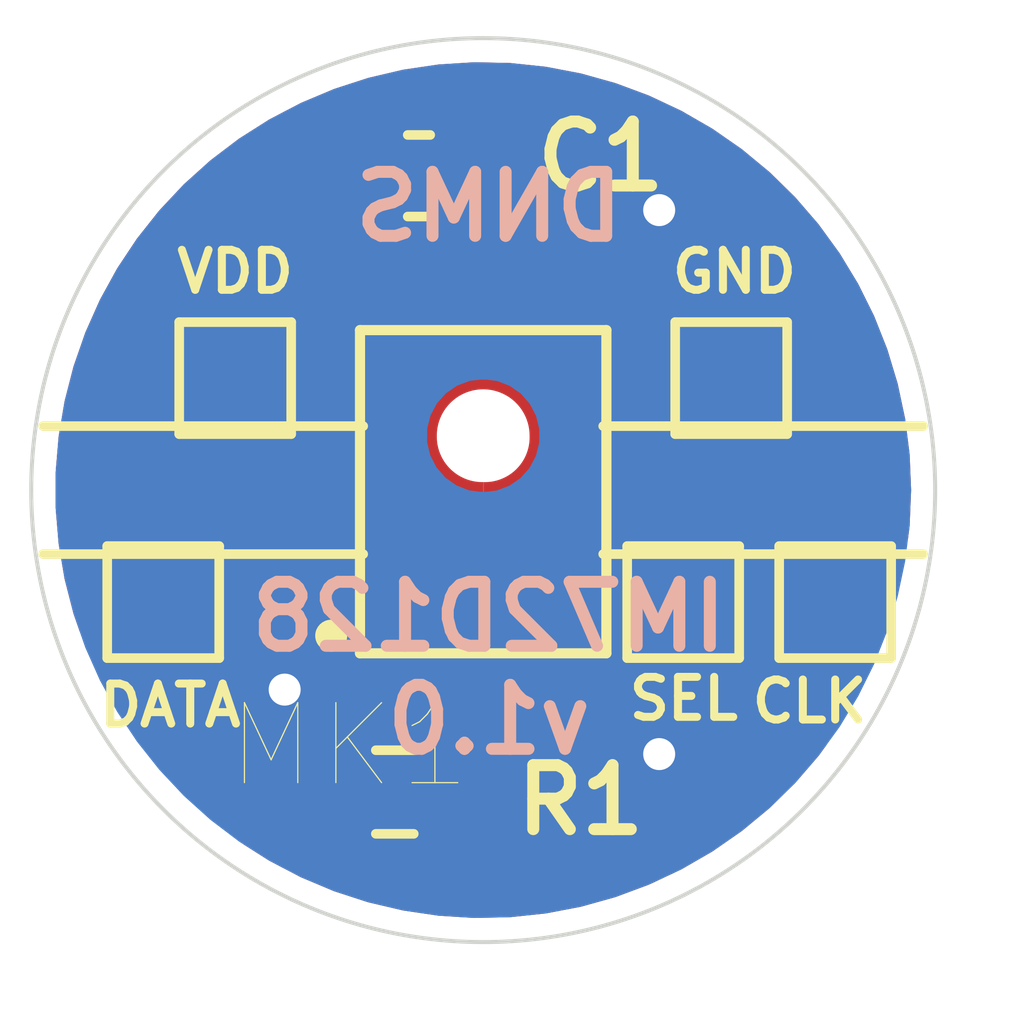
<source format=kicad_pcb>
(kicad_pcb (version 20211014) (generator pcbnew)
  (title_block (comment 4 "AISLER Project ID: IEUHSGTO"))
  (layers (0 "F.Cu" signal) (31 "B.Cu" signal) (34 "B.Paste" user) (35 "F.Paste" user) (36 "B.SilkS" user "B.Silkscreen") (37 "F.SilkS" user "F.Silkscreen") (38 "B.Mask" user) (39 "F.Mask" user) (44 "Edge.Cuts" user))
  (net 0 "")
  (net 1 "+1V8")
  (net 2 "GND")
  (net 3 "Net-(MK1-Pad1)")
  (net 4 "Net-(MK1-Pad3)")
  (net 5 "Net-(R1-Pad1)")
  (net 6 "Net-(MK1-Pad4)")
  (footprint "Capacitor_SMD:C_0603_1608Metric" (layer "F.Cu") (at 99.19716 96.07042)
    (fp_text reference "C1" (at 2.27284 -0.24042) (layer "F.SilkS") (effects (font (size 0.8 0.8))))
    (fp_text value "100nF")
    (fp_line (start -0.14058 -0.51) (end 0.14058 -0.51) (layer "F.SilkS") (width 0.12))
    (fp_line (start -0.14058 0.51) (end 0.14058 0.51) (layer "F.SilkS") (width 0.12))
    (pad "1" smd roundrect (at -0.775 0) (size 0.9 0.95) (layers "F.Cu" "F.Paste" "F.Mask") (net 1 "+1V8"))
    (pad "2" smd roundrect (at 0.775 0) (size 0.9 0.95) (layers "F.Cu" "F.Paste" "F.Mask") (net 2 "GND"))
  )
  (footprint "Resistor_SMD:R_0603_1608Metric" (layer "F.Cu") (at 98.8949 103.77424)
    (fp_text reference "R1" (at 2.32156 0.1016) (layer "F.SilkS") (effects (font (size 0.8 0.8))))
    (fp_text value "100")
    (fp_line (start -0.237258 -0.5225) (end 0.237258 -0.5225) (layer "F.SilkS") (width 0.12))
    (fp_line (start -0.237258 0.5225) (end 0.237258 0.5225) (layer "F.SilkS") (width 0.12))
    (pad "1" smd roundrect (at -0.825 0) (size 0.8 0.95) (layers "F.Cu" "F.Paste" "F.Mask") (net 5 "Net-(R1-Pad1)"))
    (pad "2" smd roundrect (at 0.825 0) (size 0.8 0.95) (layers "F.Cu" "F.Paste" "F.Mask") (net 3 "Net-(MK1-Pad1)"))
  )
  (footprint "Solder_Pad:Solder_Pad_1.0x1.0mm" (layer "F.Cu") (at 96.9 98.6)
    (fp_text reference "SP1" hide)
    (fp_text value "VDD" (at 0 -1.33) (layer "F.SilkS") (effects (font (size 0.5 0.5) (thickness 0.1))))
    (fp_line (start -0.7 -0.7) (end 0.7 -0.7) (layer "F.SilkS") (width 0.12))
    (fp_line (start -0.7 0.7) (end -0.7 -0.7) (layer "F.SilkS") (width 0.12))
    (fp_line (start 0.7 -0.7) (end 0.7 0.7) (layer "F.SilkS") (width 0.12))
    (fp_line (start 0.7 0.7) (end -0.7 0.7) (layer "F.SilkS") (width 0.12))
    (pad "1" smd rect locked (at 0 0) (size 1 1) (layers "F.Cu" "F.Mask") (net 1 "+1V8"))
  )
  (footprint "Solder_Pad:Solder_Pad_1.0x1.0mm" (layer "F.Cu") (at 104.4 101.4)
    (fp_text reference "SP2" hide)
    (fp_text value "CLK" (at -0.32096 1.2414) (layer "F.SilkS") (effects (font (size 0.5 0.5) (thickness 0.1))))
    (fp_line (start -0.7 -0.7) (end 0.7 -0.7) (layer "F.SilkS") (width 0.12))
    (fp_line (start 0.7 -0.7) (end 0.7 0.7) (layer "F.SilkS") (width 0.12))
    (fp_line (start -0.7 0.7) (end -0.7 -0.7) (layer "F.SilkS") (width 0.12))
    (fp_line (start 0.7 0.7) (end -0.7 0.7) (layer "F.SilkS") (width 0.12))
    (pad "1" smd rect locked (at 0 0) (size 1 1) (layers "F.Cu" "F.Mask") (net 4 "Net-(MK1-Pad3)"))
  )
  (footprint "Solder_Pad:Solder_Pad_1.0x1.0mm" (layer "F.Cu") (at 96 101.4)
    (fp_text reference "SP4" hide)
    (fp_text value "DATA" (at 0.0882 1.2922) (layer "F.SilkS") (effects (font (size 0.5 0.5) (thickness 0.1))))
    (fp_line (start 0.7 0.7) (end -0.7 0.7) (layer "F.SilkS") (width 0.12))
    (fp_line (start 0.7 -0.7) (end 0.7 0.7) (layer "F.SilkS") (width 0.12))
    (fp_line (start -0.7 -0.7) (end 0.7 -0.7) (layer "F.SilkS") (width 0.12))
    (fp_line (start -0.7 0.7) (end -0.7 -0.7) (layer "F.SilkS") (width 0.12))
    (pad "1" smd rect locked (at 0 0) (size 1 1) (layers "F.Cu" "F.Mask") (net 5 "Net-(R1-Pad1)"))
  )
  (footprint "Solder_Pad:Solder_Pad_1.0x1.0mm" (layer "F.Cu") (at 103.1 98.6)
    (fp_text reference "SP5" hide)
    (fp_text value "GND" (at 0.04 -1.33) (layer "F.SilkS") (effects (font (size 0.5 0.5) (thickness 0.1))))
    (fp_line (start 0.7 0.7) (end -0.7 0.7) (layer "F.SilkS") (width 0.12))
    (fp_line (start 0.7 -0.7) (end 0.7 0.7) (layer "F.SilkS") (width 0.12))
    (fp_line (start -0.7 0.7) (end -0.7 -0.7) (layer "F.SilkS") (width 0.12))
    (fp_line (start -0.7 -0.7) (end 0.7 -0.7) (layer "F.SilkS") (width 0.12))
    (pad "1" smd rect locked (at 0 0) (size 1 1) (layers "F.Cu" "F.Mask") (net 2 "GND"))
  )
  (footprint "Solder_Pad:Solder_Pad_1.0x1.0mm" (layer "F.Cu") (at 102.5 101.4)
    (fp_text reference "SP3" hide)
    (fp_text value "SEL" (at 0.00678 1.20838) (layer "F.SilkS") (effects (font (size 0.5 0.5) (thickness 0.1))))
    (fp_line (start -0.7 -0.7) (end 0.7 -0.7) (layer "F.SilkS") (width 0.12))
    (fp_line (start -0.7 0.7) (end -0.7 -0.7) (layer "F.SilkS") (width 0.12))
    (fp_line (start 0.7 -0.7) (end 0.7 0.7) (layer "F.SilkS") (width 0.12))
    (fp_line (start 0.7 0.7) (end -0.7 0.7) (layer "F.SilkS") (width 0.12))
    (pad "1" smd rect locked (at 0 0) (size 1 1) (layers "F.Cu" "F.Mask") (net 6 "Net-(MK1-Pad4)"))
  )
  (footprint "IM72D128:MIC_IM72D128" (layer "F.Cu") (at 100 100 180)
    (fp_text reference "MK1" (at 1.675 -3.195) (layer "F.SilkS") (effects (font (thickness 0.015))))
    (fp_text value "IM72D128")
    (fp_poly (pts (xy 0.001 0.1) (xy 0.001 -0.35) (xy 0.046082 -0.349423) (xy 0.099359 -0.346165) (xy 0.152393 -0.340122) (xy 0.205038 -0.331312) (xy 0.25715 -0.319759) (xy 0.308586 -0.305495) (xy 0.359205 -0.288558) (xy 0.408868 -0.268995) (xy 0.457439 -0.24686) (xy 0.504785 -0.222214) (xy 0.550776 -0.195123) (xy 0.595287 -0.165662) (xy 0.638194 -0.133912) (xy 0.679381 -0.09996) (xy 0.718735 -0.063899) (xy 0.756147 -0.025828) (xy 0.791516 0.01415) (xy 0.824744 0.055923) (xy 0.85574 0.099378) (xy 0.88442 0.144396) (xy 0.910704 0.190853) (xy 0.934521 0.238622) (xy 0.955805 0.287572) (xy 0.974498 0.337569) (xy 0.990549 0.388476) (xy 1.003913 0.440152) (xy 1.014555 0.492458) (xy 1.022445 0.545249) (xy 1.027561 0.59838) (xy 1.03 0.66) (xy 1.03 0.68) (xy 1.028588 0.733906) (xy 1.024358 0.787664) (xy 1.017319 0.841127) (xy 1.007492 0.894149) (xy 0.994904 0.946584) (xy 0.979588 0.998288) (xy 0.961588 1.049119) (xy 0.940952 1.098939) (xy 0.917737 1.14761) (xy 0.892006 1.195) (xy 0.863831 1.240978) (xy 0.833288 1.285419) (xy 0.80046 1.3282) (xy 0.765439 1.369205) (xy 0.72832 1.40832) (xy 0.689205 1.445439) (xy 0.6482 1.48046) (xy 0.605419 1.513288) (xy 0.560978 1.543831) (xy 0.515 1.572006) (xy 0.46761 1.597737) (xy 0.418939 1.620952) (xy 0.369119 1.641588) (xy 0.318288 1.659588) (xy 0.266584 1.674904) (xy 0.214149 1.687492) (xy 0.161127 1.697319) (xy 0.107664 1.704358) (xy 0.053906 1.708588) (xy 0 1.71) (xy -0.053906 1.708588) (xy -0.107664 1.704358) (xy -0.161127 1.697319) (xy -0.214149 1.687492) (xy -0.266584 1.674904) (xy -0.318288 1.659588) (xy -0.369119 1.641588) (xy -0.418939 1.620952) (xy -0.46761 1.597737) (xy -0.515 1.572006) (xy -0.560978 1.543831) (xy -0.605419 1.513288) (xy -0.6482 1.48046) (xy -0.689205 1.445439) (xy -0.72832 1.40832) (xy -0.765439 1.369205) (xy -0.80046 1.3282) (xy -0.833288 1.285419) (xy -0.863831 1.240978) (xy -0.892006 1.195) (xy -0.917737 1.14761) (xy -0.940952 1.098939) (xy -0.961588 1.049119) (xy -0.979588 0.998288) (xy -0.994904 0.946584) (xy -1.007492 0.894149) (xy -1.017319 0.841127) (xy -1.024358 0.787664) (xy -1.028588 0.733906) (xy -1.03 0.68) (xy -1.03 0.66) (xy -1.028616 0.607141) (xy -1.024467 0.554426) (xy -1.017565 0.502001) (xy -1.007929 0.450009) (xy -0.995585 0.398593) (xy -0.980567 0.347893) (xy -0.962916 0.298048) (xy -0.942681 0.249196) (xy -0.919917 0.20147) (xy -0.894686 0.155) (xy -0.867057 0.109915) (xy -0.837107 0.066337) (xy -0.804917 0.024386) (xy -0.770576 -0.015822) (xy -0.734178 -0.054178) (xy -0.695822 -0.090576) (xy -0.655614 -0.124917) (xy -0.613663 -0.157107) (xy -0.570085 -0.187057) (xy -0.525 -0.214686) (xy -0.47853 -0.239917) (xy -0.430804 -0.262681) (xy -0.381952 -0.282916) (xy -0.332107 -0.300567) (xy -0.281407 -0.315585) (xy -0.229991 -0.327929) (xy -0.177999 -0.337565) (xy -0.125574 -0.344467) (xy -0.072859 -0.348616) (xy -0.02 -0.35) (xy -0.001 -0.35) (xy -0.001 0.1) (xy -0.030271 0.099746) (xy -0.059552 0.101024) (xy -0.088727 0.103833) (xy -0.117715 0.108166) (xy -0.146437 0.114009) (xy -0.174813 0.121348) (xy -0.202766 0.130161) (xy -0.23022 0.140426) (xy -0.257098 0.152113) (xy -0.283329 0.165191) (xy -0.308839 0.179624) (xy -0.333558 0.195372) (xy -0.35742 0.212392) (xy -0.380358 0.230638) (xy -0.40231 0.250059) (xy -0.423215 0.270603) (xy -0.443016 0.292212) (xy -0.46166 0.314828) (xy -0.479094 0.338389) (xy -0.495271 0.36283) (xy -0.510147 0.388084) (xy -0.523681 0.414082) (xy -0.535835 0.440753) (xy -0.546577 0.468024) (xy -0.555877 0.495819) (xy -0.56371 0.524063) (xy -0.570054 0.552678) (xy -0.574891 0.581585) (xy -0.578209 0.610707) (xy -0.58 0.64) (xy -0.58 0.68) (xy -0.579205 0.710355) (xy -0.576823 0.740627) (xy -0.572859 0.770732) (xy -0.567326 0.800589) (xy -0.560237 0.830115) (xy -0.551613 0.85923) (xy -0.541477 0.887853) (xy -0.529856 0.915907) (xy -0.516784 0.943314) (xy -0.502295 0.97) (xy -0.486429 0.995891) (xy -0.46923 1.020915) (xy -0.450745 1.045006) (xy -0.431024 1.068096) (xy -0.410122 1.090122) (xy -0.388096 1.111024) (xy -0.365006 1.130745) (xy -0.340915 1.14923) (xy -0.315891 1.166429) (xy -0.29 1.182295) (xy -0.263314 1.196784) (xy -0.235907 1.209856) (xy -0.207853 1.221477) (xy -0.17923 1.231613) (xy -0.150115 1.240237) (xy -0.120589 1.247326) (xy -0.090732 1.252859) (xy -0.060627 1.256823) (xy -0.030355 1.259205) (xy 0 1.26) (xy 0.030355 1.259205) (xy 0.060627 1.256823) (xy 0.090732 1.252859) (xy 0.120589 1.247326) (xy 0.150115 1.240237) (xy 0.17923 1.231613) (xy 0.207853 1.221477) (xy 0.235907 1.209856) (xy 0.263314 1.196784) (xy 0.29 1.182295) (xy 0.315891 1.166429) (xy 0.340915 1.14923) (xy 0.365006 1.130745) (xy 0.388096 1.111024) (xy 0.410122 1.090122) (xy 0.431024 1.068096) (xy 0.450745 1.045006) (xy 0.46923 1.020915) (xy 0.486429 0.995891) (xy 0.502295 0.97) (xy 0.516784 0.943314) (xy 0.529856 0.915907) (xy 0.541477 0.887853) (xy 0.551613 0.85923) (xy 0.560237 0.830115) (xy 0.567326 0.800589) (xy 0.572859 0.770732) (xy 0.576823 0.740627) (xy 0.579205 0.710355) (xy 0.58 0.68) (xy 0.58 0.66) (xy 0.578692 0.629768) (xy 0.575834 0.600086) (xy 0.571426 0.570594) (xy 0.565481 0.541373) (xy 0.558015 0.512503) (xy 0.549048 0.484063) (xy 0.538605 0.456132) (xy 0.526714 0.428785) (xy 0.513409 0.402099) (xy 0.498725 0.376145) (xy 0.482703 0.350995) (xy 0.465386 0.326719) (xy 0.446823 0.303382) (xy 0.427064 0.281048) (xy 0.406163 0.259779) (xy 0.384178 0.239633) (xy 0.361168 0.220665) (xy 0.337197 0.202928) (xy 0.312331 0.186469) (xy 0.286637 0.171335) (xy 0.260187 0.157566) (xy 0.233052 0.1452) (xy 0.205308 0.134271) (xy 0.177029 0.124809) (xy 0.148294 0.11684) (xy 0.119181 0.110386) (xy 0.08977 0.105464) (xy 0.060142 0.102088) (xy 0.030378 0.100268) (xy 0.001 0.1)) (layer "F.Cu") (width 0.0001) (fill solid))
    (fp_line (start 1.54 2) (end -1.54 2) (layer "F.SilkS") (width 0.127))
    (fp_line (start -1.54 2) (end -1.54 -2.04) (layer "F.SilkS") (width 0.127))
    (fp_line (start -1.54 -2.04) (end 1.54 -2.04) (layer "F.SilkS") (width 0.127))
    (fp_line (start 1.54 -2.04) (end 1.54 2) (layer "F.SilkS") (width 0.127))
    (fp_circle (center 1.9 -1.82) (end 2 -1.82) (layer "F.SilkS") (width 0.2) (fill none))
    (pad "" np_thru_hole circle (at 0 0.68 180) (size 0.8 0.8) (drill 0.8) (layers *.Cu *.Mask))
    (pad "1" smd rect (at 0.85 -1.5 180) (size 0.75 0.45) (layers "F.Cu" "F.Mask") (net 3 "Net-(MK1-Pad1)"))
    (pad "2" smd rect (at 0.85 -0.8 180) (size 0.75 0.45) (layers "F.Cu" "F.Mask") (net 1 "+1V8"))
    (pad "3" smd rect (at -0.85 -1.5 180) (size 0.75 0.45) (layers "F.Cu" "F.Mask") (net 4 "Net-(MK1-Pad3)"))
    (pad "4" smd rect (at -0.85 -0.8 180) (size 0.75 0.45) (layers "F.Cu" "F.Mask") (net 6 "Net-(MK1-Pad4)"))
    (pad "5" smd rect (at 0 -0.12 180) (size 0.1 0.1) (layers "F.Cu") (net 2 "GND"))
  )
  (gr_line (start 101.5 99.2) (end 105.5 99.2) (layer "F.SilkS") (width 0.12))
  (gr_line (start 101.5 100.8) (end 105.5 100.8) (layer "F.SilkS") (width 0.12))
  (gr_line (start 94.5 100.8) (end 98.5 100.8) (layer "F.SilkS") (width 0.12))
  (gr_line (start 94.5 99.2) (end 98.5 99.2) (layer "F.SilkS") (width 0.12))
  (gr_circle (center 100 100) (end 105.65 100) (layer "Edge.Cuts") (width 0.05) (fill none))
  (gr_text "IM72D128\nv1.0" (at 100.07092 102.22776) (layer "B.SilkS") (effects (font (size 0.8 0.8)) (justify mirror)))
  (gr_text "DNMS" (at 100.07092 96.45904) (layer "B.SilkS") (effects (font (size 0.8 0.8)) (justify mirror)))
  (segment (start 100.0155 99.2155) (end 100 99.231) (width 0.5) (layer "F.Cu") (net 0))
  (segment (start 100 99.231) (end 100 99.236999) (width 0.5) (layer "F.Cu") (net 0))
  (segment (start 100 99.236999) (end 100.0155 99.236999) (width 0.5) (layer "F.Cu") (net 0))
  (segment (start 96.9 98.6) (end 96.9 99.6) (width 0.5) (layer "F.Cu") (net 1))
  (segment (start 99.16903 100.8126) (end 98.33102 100.7745) (width 0.5) (layer "F.Cu") (net 1))
  (segment (start 96.9 97.14258) (end 96.9 98.6) (width 0.5) (layer "F.Cu") (net 1))
  (segment (start 97.97216 96.07042) (end 96.9 97.14258) (width 0.5) (layer "F.Cu") (net 1))
  (segment (start 98.0745 100.7745) (end 98.33102 100.7745) (width 0.5) (layer "F.Cu") (net 1))
  (segment (start 96.9 99.6) (end 98.0745 100.7745) (width 0.5) (layer "F.Cu") (net 1))
  (segment (start 98.40966 96.07042) (end 97.97216 96.07042) (width 0.5) (layer "F.Cu") (net 1))
  (segment (start 103.1 98.58896) (end 103.1 98.6) (width 0.5) (layer "F.Cu") (net 2))
  (segment (start 100.538002 98.6) (end 99.98466 98.046658) (width 0.5) (layer "F.Cu") (net 2))
  (segment (start 103.1 98.6) (end 100.538002 98.6) (width 0.5) (layer "F.Cu") (net 2))
  (segment (start 99.98466 98.046658) (end 99.98466 96.07042) (width 0.5) (layer "F.Cu") (net 2))
  (via (at 97.51822 102.49408) (size 0.8) (drill 0.4) (layers "F.Cu" "B.Cu") (net 2))
  (via (at 102.2 96.5) (size 0.8) (drill 0.4) (layers "F.Cu" "B.Cu") (net 2))
  (via (at 102.2 103.3) (size 0.8) (drill 0.4) (layers "F.Cu" "B.Cu") (net 2))
  (segment (start 99.6824 102.93106) (end 99.6824 103.77424) (width 0.25) (layer "F.Cu") (net 3))
  (segment (start 99.15 102.39866) (end 99.6824 102.93106) (width 0.25) (layer "F.Cu") (net 3))
  (segment (start 99.15 101.5) (end 99.15 102.39866) (width 0.25) (layer "F.Cu") (net 3))
  (segment (start 104.078679 102.574999) (end 104.4 102.253678) (width 0.25) (layer "F.Cu") (net 4))
  (segment (start 104.4 102.253678) (end 104.4 101.4) (width 0.25) (layer "F.Cu") (net 4))
  (segment (start 101.449999 102.574999) (end 104.078679 102.574999) (width 0.25) (layer "F.Cu") (net 4))
  (segment (start 100.85 101.975) (end 101.449999 102.574999) (width 0.25) (layer "F.Cu") (net 4))
  (segment (start 100.85 101.5) (end 100.85 101.975) (width 0.25) (layer "F.Cu") (net 4))
  (segment (start 96 102.78942) (end 96.98482 103.77424) (width 0.25) (layer "F.Cu") (net 5))
  (segment (start 96 101.4) (end 96 102.78942) (width 0.25) (layer "F.Cu") (net 5))
  (segment (start 96.98482 103.77424) (end 98.1074 103.77424) (width 0.25) (layer "F.Cu") (net 5))
  (segment (start 100.85 100.8) (end 101.9 100.8) (width 0.25) (layer "F.Cu") (net 6))
  (segment (start 101.9 100.8) (end 102.5 101.4) (width 0.25) (layer "F.Cu") (net 6))
  (zone (net 2) (net_name "GND") (layer "F.Cu") (connect_pads (clearance 0.3)) (min_thickness 0.254) (fill yes (thermal_gap 0.508) (thermal_bridge_width 0.508))
    (polygon (pts (xy 106.66222 106.64444) (xy 93.9927 106.65968) (xy 93.9927 93.97746) (xy 106.71302 93.97746)))
  )
  (zone (net 2) (net_name "GND") (layer "B.Cu") (connect_pads (clearance 0.3)) (min_thickness 0.254) (fill yes (thermal_gap 0.508) (thermal_bridge_width 0.508))
    (polygon (pts (xy 106.7308 106.69524) (xy 93.97746 106.69524) (xy 93.97746 94.00032) (xy 93.9927 93.9927) (xy 93.95968 93.98508) (xy 106.7308 93.98)))
  )
)
</source>
